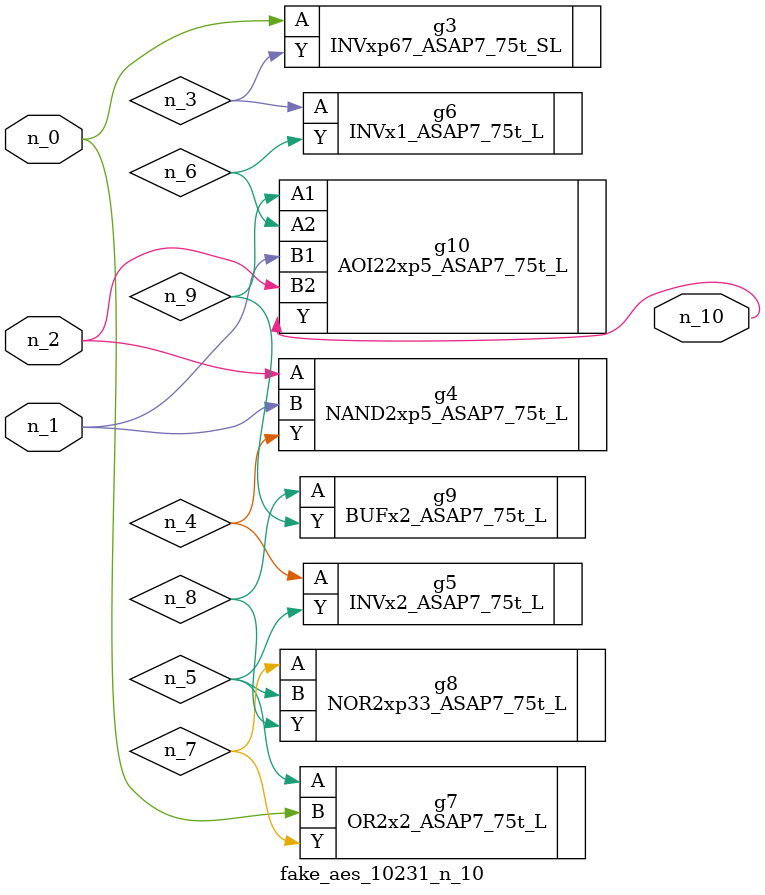
<source format=v>
module fake_aes_10231_n_10 (n_1, n_2, n_0, n_10);
input n_1;
input n_2;
input n_0;
output n_10;
wire n_6;
wire n_4;
wire n_3;
wire n_9;
wire n_5;
wire n_7;
wire n_8;
INVxp67_ASAP7_75t_SL g3 ( .A(n_0), .Y(n_3) );
NAND2xp5_ASAP7_75t_L g4 ( .A(n_2), .B(n_1), .Y(n_4) );
INVx2_ASAP7_75t_L g5 ( .A(n_4), .Y(n_5) );
INVx1_ASAP7_75t_L g6 ( .A(n_3), .Y(n_6) );
OR2x2_ASAP7_75t_L g7 ( .A(n_5), .B(n_0), .Y(n_7) );
NOR2xp33_ASAP7_75t_L g8 ( .A(n_7), .B(n_5), .Y(n_8) );
BUFx2_ASAP7_75t_L g9 ( .A(n_8), .Y(n_9) );
AOI22xp5_ASAP7_75t_L g10 ( .A1(n_9), .A2(n_6), .B1(n_1), .B2(n_2), .Y(n_10) );
endmodule
</source>
